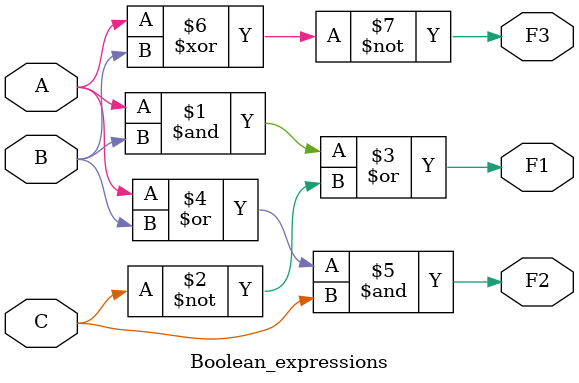
<source format=v>
`timescale 1ns / 1ps


module Boolean_expressions(
input A, B, C, 
output F1,F2,F3
    );
       assign F1 = (A & B) | (~C);
 assign F2 = (A | B) & C;
 assign F3 = ~(A ^ B);
endmodule

</source>
